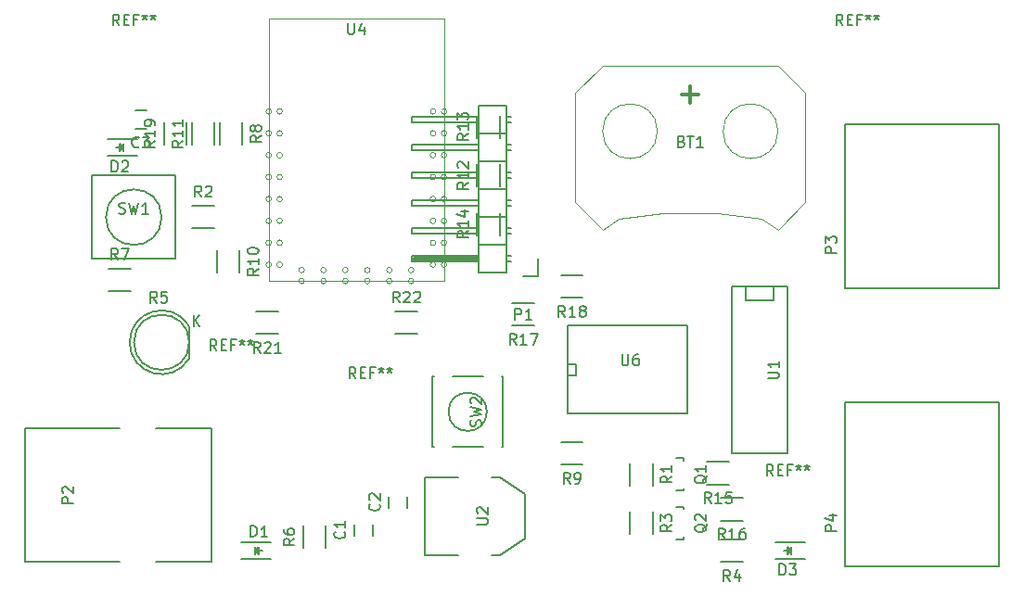
<source format=gto>
G04 #@! TF.FileFunction,Legend,Top*
%FSLAX46Y46*%
G04 Gerber Fmt 4.6, Leading zero omitted, Abs format (unit mm)*
G04 Created by KiCad (PCBNEW 4.0.4-stable) date 10/25/16 00:02:51*
%MOMM*%
%LPD*%
G01*
G04 APERTURE LIST*
%ADD10C,0.100000*%
%ADD11C,0.150000*%
%ADD12C,0.300000*%
G04 APERTURE END LIST*
D10*
X193420000Y-68350000D02*
G75*
G03X193420000Y-68350000I-2500000J0D01*
G01*
X182420000Y-68350000D02*
G75*
G03X182420000Y-68350000I-2500000J0D01*
G01*
X193420000Y-77350000D02*
X191920000Y-76350000D01*
X191920000Y-76350000D02*
X187920000Y-75850000D01*
X187920000Y-75850000D02*
X185420000Y-75850000D01*
X185420000Y-75850000D02*
X182920000Y-75850000D01*
X182920000Y-75850000D02*
X178920000Y-76350000D01*
X178920000Y-76350000D02*
X177420000Y-77350000D01*
X174920000Y-64850000D02*
X174920000Y-74850000D01*
X193420000Y-62350000D02*
X177420000Y-62350000D01*
X195920000Y-74850000D02*
X195920000Y-64850000D01*
X195920000Y-74850000D02*
X193420000Y-77350000D01*
X177420000Y-77350000D02*
X174920000Y-74850000D01*
X177420000Y-62350000D02*
X174920000Y-64850000D01*
X193420000Y-62350000D02*
X195920000Y-64850000D01*
X162190000Y-66540000D02*
G75*
G03X162190000Y-66540000I-250000J0D01*
G01*
X162190000Y-68540000D02*
G75*
G03X162190000Y-68540000I-250000J0D01*
G01*
X162190000Y-70540000D02*
G75*
G03X162190000Y-70540000I-250000J0D01*
G01*
X162190000Y-72540000D02*
G75*
G03X162190000Y-72540000I-250000J0D01*
G01*
X162190000Y-74540000D02*
G75*
G03X162190000Y-74540000I-250000J0D01*
G01*
X162190000Y-76540000D02*
G75*
G03X162190000Y-76540000I-250000J0D01*
G01*
X162190000Y-78540000D02*
G75*
G03X162190000Y-78540000I-250000J0D01*
G01*
X162190000Y-80540000D02*
G75*
G03X162190000Y-80540000I-250000J0D01*
G01*
X160190000Y-81040000D02*
G75*
G03X160190000Y-81040000I-250000J0D01*
G01*
X158190000Y-81040000D02*
G75*
G03X158190000Y-81040000I-250000J0D01*
G01*
X156190000Y-81040000D02*
G75*
G03X156190000Y-81040000I-250000J0D01*
G01*
X154190000Y-81040000D02*
G75*
G03X154190000Y-81040000I-250000J0D01*
G01*
X152190000Y-81040000D02*
G75*
G03X152190000Y-81040000I-250000J0D01*
G01*
X150190000Y-81040000D02*
G75*
G03X150190000Y-81040000I-250000J0D01*
G01*
X148190000Y-80540000D02*
G75*
G03X148190000Y-80540000I-250000J0D01*
G01*
X148190000Y-78540000D02*
G75*
G03X148190000Y-78540000I-250000J0D01*
G01*
X148190000Y-76540000D02*
G75*
G03X148190000Y-76540000I-250000J0D01*
G01*
X148190000Y-74540000D02*
G75*
G03X148190000Y-74540000I-250000J0D01*
G01*
X148190000Y-72540000D02*
G75*
G03X148190000Y-72540000I-250000J0D01*
G01*
X148190000Y-70540000D02*
G75*
G03X148190000Y-70540000I-250000J0D01*
G01*
X148190000Y-68540000D02*
G75*
G03X148190000Y-68540000I-250000J0D01*
G01*
X148190000Y-66540000D02*
G75*
G03X148190000Y-66540000I-250000J0D01*
G01*
X163190000Y-66540000D02*
G75*
G03X163190000Y-66540000I-250000J0D01*
G01*
X163190000Y-68540000D02*
G75*
G03X163190000Y-68540000I-250000J0D01*
G01*
X163190000Y-70540000D02*
G75*
G03X163190000Y-70540000I-250000J0D01*
G01*
X163190000Y-72540000D02*
G75*
G03X163190000Y-72540000I-250000J0D01*
G01*
X163190000Y-74540000D02*
G75*
G03X163190000Y-74540000I-250000J0D01*
G01*
X163190000Y-76540000D02*
G75*
G03X163190000Y-76540000I-250000J0D01*
G01*
X163190000Y-78540000D02*
G75*
G03X163190000Y-78540000I-250000J0D01*
G01*
X163190000Y-80540000D02*
G75*
G03X163190000Y-80540000I-250000J0D01*
G01*
X160190000Y-82040000D02*
G75*
G03X160190000Y-82040000I-250000J0D01*
G01*
X158190000Y-82040000D02*
G75*
G03X158190000Y-82040000I-250000J0D01*
G01*
X156190000Y-82040000D02*
G75*
G03X156190000Y-82040000I-250000J0D01*
G01*
X154190000Y-82040000D02*
G75*
G03X154190000Y-82040000I-250000J0D01*
G01*
X152190000Y-82040000D02*
G75*
G03X152190000Y-82040000I-250000J0D01*
G01*
X150190000Y-82040000D02*
G75*
G03X150190000Y-82040000I-250000J0D01*
G01*
X147190000Y-80540000D02*
G75*
G03X147190000Y-80540000I-250000J0D01*
G01*
X147190000Y-78540000D02*
G75*
G03X147190000Y-78540000I-250000J0D01*
G01*
X147190000Y-76540000D02*
G75*
G03X147190000Y-76540000I-250000J0D01*
G01*
X147190000Y-74540000D02*
G75*
G03X147190000Y-74540000I-250000J0D01*
G01*
X147190000Y-72540000D02*
G75*
G03X147190000Y-72540000I-250000J0D01*
G01*
X147190000Y-70540000D02*
G75*
G03X147190000Y-70540000I-250000J0D01*
G01*
X147190000Y-68540000D02*
G75*
G03X147190000Y-68540000I-250000J0D01*
G01*
X147190000Y-66540000D02*
G75*
G03X147190000Y-66540000I-250000J0D01*
G01*
X146940000Y-58040000D02*
X162940000Y-58040000D01*
X162940000Y-58040000D02*
X162940000Y-82040000D01*
X162940000Y-82040000D02*
X146940000Y-82040000D01*
X146940000Y-82040000D02*
X146940000Y-58040000D01*
D11*
X194310000Y-82550000D02*
X194310000Y-97790000D01*
X194310000Y-97790000D02*
X189230000Y-97790000D01*
X189230000Y-97790000D02*
X189230000Y-82550000D01*
X194310000Y-82550000D02*
X189230000Y-82550000D01*
X193040000Y-82550000D02*
X193040000Y-83820000D01*
X193040000Y-83820000D02*
X190500000Y-83820000D01*
X190500000Y-83820000D02*
X190500000Y-82550000D01*
X179900000Y-100695000D02*
X179900000Y-98695000D01*
X182050000Y-98695000D02*
X182050000Y-100695000D01*
X179900000Y-105140000D02*
X179900000Y-103140000D01*
X182050000Y-103140000D02*
X182050000Y-105140000D01*
X144450000Y-107430000D02*
X147150000Y-107430000D01*
X144450000Y-105930000D02*
X147150000Y-105930000D01*
X145950000Y-106830000D02*
X145950000Y-106580000D01*
X145950000Y-106580000D02*
X145800000Y-106730000D01*
X145700000Y-106330000D02*
X145700000Y-107030000D01*
X146050000Y-106680000D02*
X146400000Y-106680000D01*
X145700000Y-106680000D02*
X146050000Y-106330000D01*
X146050000Y-106330000D02*
X146050000Y-107030000D01*
X146050000Y-107030000D02*
X145700000Y-106680000D01*
X133350000Y-95504000D02*
X124714000Y-95504000D01*
X141732000Y-95504000D02*
X136652000Y-95504000D01*
X133350000Y-107696000D02*
X124714000Y-107696000D01*
X141732000Y-107696000D02*
X136652000Y-107696000D01*
X124714000Y-107696000D02*
X124714000Y-95504000D01*
X141732000Y-95504000D02*
X141732000Y-107696000D01*
X199514880Y-67690140D02*
X213611880Y-67690140D01*
X213611880Y-82676140D02*
X199514880Y-82676140D01*
X199514880Y-67690140D02*
X199514880Y-82676140D01*
X213611880Y-67690140D02*
X213611880Y-82676140D01*
X184800240Y-100994160D02*
X184800240Y-100945900D01*
X184099200Y-98195180D02*
X184800240Y-98195180D01*
X184800240Y-98195180D02*
X184800240Y-98444100D01*
X184800240Y-100994160D02*
X184800240Y-101194820D01*
X184800240Y-101194820D02*
X184099200Y-101194820D01*
X184800240Y-105439160D02*
X184800240Y-105390900D01*
X184099200Y-102640180D02*
X184800240Y-102640180D01*
X184800240Y-102640180D02*
X184800240Y-102889100D01*
X184800240Y-105439160D02*
X184800240Y-105639820D01*
X184800240Y-105639820D02*
X184099200Y-105639820D01*
X199514880Y-93090140D02*
X213611880Y-93090140D01*
X213611880Y-108076140D02*
X199514880Y-108076140D01*
X199514880Y-93090140D02*
X199514880Y-108076140D01*
X213611880Y-93090140D02*
X213611880Y-108076140D01*
X154725000Y-104275000D02*
X154725000Y-105275000D01*
X156425000Y-105275000D02*
X156425000Y-104275000D01*
X157900000Y-101735000D02*
X157900000Y-102735000D01*
X159600000Y-102735000D02*
X159600000Y-101735000D01*
X134950000Y-69100000D02*
X132250000Y-69100000D01*
X134950000Y-70600000D02*
X132250000Y-70600000D01*
X133450000Y-69700000D02*
X133450000Y-69950000D01*
X133450000Y-69950000D02*
X133600000Y-69800000D01*
X133700000Y-70200000D02*
X133700000Y-69500000D01*
X133350000Y-69850000D02*
X133000000Y-69850000D01*
X133700000Y-69850000D02*
X133350000Y-70200000D01*
X133350000Y-70200000D02*
X133350000Y-69500000D01*
X133350000Y-69500000D02*
X133700000Y-69850000D01*
X195910000Y-105930000D02*
X193210000Y-105930000D01*
X195910000Y-107430000D02*
X193210000Y-107430000D01*
X194410000Y-106530000D02*
X194410000Y-106780000D01*
X194410000Y-106780000D02*
X194560000Y-106630000D01*
X194660000Y-107030000D02*
X194660000Y-106330000D01*
X194310000Y-106680000D02*
X193960000Y-106680000D01*
X194660000Y-106680000D02*
X194310000Y-107030000D01*
X194310000Y-107030000D02*
X194310000Y-106330000D01*
X194310000Y-106330000D02*
X194660000Y-106680000D01*
X171480000Y-81560000D02*
X171480000Y-80010000D01*
X170180000Y-81560000D02*
X171480000Y-81560000D01*
X165989000Y-80137000D02*
X160147000Y-80137000D01*
X160147000Y-80137000D02*
X160147000Y-79883000D01*
X160147000Y-79883000D02*
X165989000Y-79883000D01*
X165989000Y-79883000D02*
X165989000Y-80010000D01*
X165989000Y-80010000D02*
X160147000Y-80010000D01*
X168656000Y-80264000D02*
X169037000Y-80264000D01*
X168656000Y-79756000D02*
X169037000Y-79756000D01*
X168656000Y-77724000D02*
X169037000Y-77724000D01*
X168656000Y-77216000D02*
X169037000Y-77216000D01*
X168656000Y-75184000D02*
X169037000Y-75184000D01*
X168656000Y-74676000D02*
X169037000Y-74676000D01*
X168656000Y-67056000D02*
X169037000Y-67056000D01*
X168656000Y-67564000D02*
X169037000Y-67564000D01*
X168656000Y-69596000D02*
X169037000Y-69596000D01*
X168656000Y-70104000D02*
X169037000Y-70104000D01*
X168656000Y-72136000D02*
X169037000Y-72136000D01*
X168656000Y-72644000D02*
X169037000Y-72644000D01*
X168656000Y-81280000D02*
X166116000Y-81280000D01*
X168656000Y-78740000D02*
X166116000Y-78740000D01*
X168656000Y-78740000D02*
X168656000Y-76200000D01*
X168656000Y-76200000D02*
X166116000Y-76200000D01*
X166116000Y-77724000D02*
X160020000Y-77724000D01*
X160020000Y-77724000D02*
X160020000Y-77216000D01*
X160020000Y-77216000D02*
X166116000Y-77216000D01*
X166116000Y-76200000D02*
X166116000Y-78740000D01*
X166116000Y-78740000D02*
X166116000Y-81280000D01*
X160020000Y-79756000D02*
X166116000Y-79756000D01*
X160020000Y-80264000D02*
X160020000Y-79756000D01*
X166116000Y-80264000D02*
X160020000Y-80264000D01*
X168656000Y-78740000D02*
X166116000Y-78740000D01*
X168656000Y-81280000D02*
X168656000Y-78740000D01*
X168656000Y-71120000D02*
X166116000Y-71120000D01*
X168656000Y-71120000D02*
X168656000Y-68580000D01*
X168656000Y-68580000D02*
X166116000Y-68580000D01*
X166116000Y-70104000D02*
X160020000Y-70104000D01*
X160020000Y-70104000D02*
X160020000Y-69596000D01*
X160020000Y-69596000D02*
X166116000Y-69596000D01*
X166116000Y-68580000D02*
X166116000Y-71120000D01*
X166116000Y-66040000D02*
X166116000Y-68580000D01*
X160020000Y-67056000D02*
X166116000Y-67056000D01*
X160020000Y-67564000D02*
X160020000Y-67056000D01*
X166116000Y-67564000D02*
X160020000Y-67564000D01*
X168656000Y-66040000D02*
X166116000Y-66040000D01*
X168656000Y-68580000D02*
X168656000Y-66040000D01*
X168656000Y-68580000D02*
X166116000Y-68580000D01*
X168656000Y-73660000D02*
X166116000Y-73660000D01*
X168656000Y-73660000D02*
X168656000Y-71120000D01*
X168656000Y-71120000D02*
X166116000Y-71120000D01*
X166116000Y-72644000D02*
X160020000Y-72644000D01*
X160020000Y-72644000D02*
X160020000Y-72136000D01*
X160020000Y-72136000D02*
X166116000Y-72136000D01*
X166116000Y-71120000D02*
X166116000Y-73660000D01*
X166116000Y-73660000D02*
X166116000Y-76200000D01*
X160020000Y-74676000D02*
X166116000Y-74676000D01*
X160020000Y-75184000D02*
X160020000Y-74676000D01*
X166116000Y-75184000D02*
X160020000Y-75184000D01*
X168656000Y-73660000D02*
X166116000Y-73660000D01*
X168656000Y-76200000D02*
X168656000Y-73660000D01*
X168656000Y-76200000D02*
X166116000Y-76200000D01*
X150105000Y-104410000D02*
X150105000Y-106410000D01*
X152155000Y-106410000D02*
X152155000Y-104410000D01*
X134350000Y-80890000D02*
X132350000Y-80890000D01*
X132350000Y-82940000D02*
X134350000Y-82940000D01*
X144535000Y-69580000D02*
X144535000Y-67580000D01*
X142485000Y-67580000D02*
X142485000Y-69580000D01*
X173625000Y-98815000D02*
X175625000Y-98815000D01*
X175625000Y-96765000D02*
X173625000Y-96765000D01*
X144281000Y-81264000D02*
X144281000Y-79264000D01*
X142231000Y-79264000D02*
X142231000Y-81264000D01*
X139945000Y-67580000D02*
X139945000Y-69580000D01*
X141995000Y-69580000D02*
X141995000Y-67580000D01*
X168080000Y-71390000D02*
X168080000Y-73390000D01*
X165930000Y-73390000D02*
X165930000Y-71390000D01*
X168080000Y-66945000D02*
X168080000Y-68945000D01*
X165930000Y-68945000D02*
X165930000Y-66945000D01*
X168080000Y-75835000D02*
X168080000Y-77835000D01*
X165930000Y-77835000D02*
X165930000Y-75835000D01*
X186960000Y-98493000D02*
X188960000Y-98493000D01*
X188960000Y-100643000D02*
X186960000Y-100643000D01*
X188230000Y-101795000D02*
X190230000Y-101795000D01*
X190230000Y-103945000D02*
X188230000Y-103945000D01*
X166850714Y-93980000D02*
G75*
G03X166850714Y-93980000I-1750714J0D01*
G01*
X168325000Y-97205000D02*
X168200000Y-97205000D01*
X161875000Y-97205000D02*
X162000000Y-97205000D01*
X161875000Y-90755000D02*
X162000000Y-90755000D01*
X168200000Y-90755000D02*
X168325000Y-90755000D01*
X166500000Y-97205000D02*
X163700000Y-97205000D01*
X168325000Y-90755000D02*
X168325000Y-97205000D01*
X166500000Y-90755000D02*
X163700000Y-90755000D01*
X161875000Y-90755000D02*
X161875000Y-97205000D01*
X174244000Y-94107000D02*
X174244000Y-86106000D01*
X185166000Y-86106000D02*
X185166000Y-94107000D01*
X174244000Y-86106000D02*
X185166000Y-86106000D01*
X185166000Y-94107000D02*
X174244000Y-94107000D01*
X174244000Y-89662000D02*
X175006000Y-89662000D01*
X175006000Y-89662000D02*
X175006000Y-90678000D01*
X175006000Y-90678000D02*
X174244000Y-90678000D01*
X141970000Y-75175000D02*
X139970000Y-75175000D01*
X139970000Y-77225000D02*
X141970000Y-77225000D01*
X188230000Y-107705000D02*
X190230000Y-107705000D01*
X190230000Y-105655000D02*
X188230000Y-105655000D01*
X164211000Y-99949000D02*
X161163000Y-99949000D01*
X161163000Y-99949000D02*
X161163000Y-107061000D01*
X161163000Y-107061000D02*
X164211000Y-107061000D01*
X167259000Y-99949000D02*
X168021000Y-99949000D01*
X168021000Y-99949000D02*
X170307000Y-101473000D01*
X170307000Y-101473000D02*
X170307000Y-105537000D01*
X170307000Y-105537000D02*
X168021000Y-107061000D01*
X168021000Y-107061000D02*
X167259000Y-107061000D01*
X134755000Y-68160000D02*
X135755000Y-68160000D01*
X135755000Y-66460000D02*
X134755000Y-66460000D01*
X169180000Y-86115000D02*
X171180000Y-86115000D01*
X171180000Y-84065000D02*
X169180000Y-84065000D01*
X173625000Y-83575000D02*
X175625000Y-83575000D01*
X175625000Y-81525000D02*
X173625000Y-81525000D01*
X137405000Y-67580000D02*
X137405000Y-69580000D01*
X139455000Y-69580000D02*
X139455000Y-67580000D01*
X145812000Y-86877000D02*
X147812000Y-86877000D01*
X147812000Y-84827000D02*
X145812000Y-84827000D01*
X160512000Y-84827000D02*
X158512000Y-84827000D01*
X158512000Y-86877000D02*
X160512000Y-86877000D01*
X139644888Y-86105096D02*
G75*
G03X139660000Y-89130000I-2484888J-1524904D01*
G01*
X139660000Y-86130000D02*
X139660000Y-89130000D01*
X139677936Y-87630000D02*
G75*
G03X139677936Y-87630000I-2517936J0D01*
G01*
X137160000Y-76200000D02*
G75*
G03X137160000Y-76200000I-2540000J0D01*
G01*
X130810000Y-72390000D02*
X138430000Y-72390000D01*
X138430000Y-72390000D02*
X138430000Y-80010000D01*
X138430000Y-80010000D02*
X130810000Y-80010000D01*
X130810000Y-72390000D02*
X130810000Y-80010000D01*
X142176667Y-88392261D02*
X141843333Y-87916070D01*
X141605238Y-88392261D02*
X141605238Y-87392261D01*
X141986191Y-87392261D01*
X142081429Y-87439880D01*
X142129048Y-87487499D01*
X142176667Y-87582737D01*
X142176667Y-87725594D01*
X142129048Y-87820832D01*
X142081429Y-87868451D01*
X141986191Y-87916070D01*
X141605238Y-87916070D01*
X142605238Y-87868451D02*
X142938572Y-87868451D01*
X143081429Y-88392261D02*
X142605238Y-88392261D01*
X142605238Y-87392261D01*
X143081429Y-87392261D01*
X143843334Y-87868451D02*
X143510000Y-87868451D01*
X143510000Y-88392261D02*
X143510000Y-87392261D01*
X143986191Y-87392261D01*
X144510000Y-87392261D02*
X144510000Y-87630356D01*
X144271905Y-87535118D02*
X144510000Y-87630356D01*
X144748096Y-87535118D01*
X144367143Y-87820832D02*
X144510000Y-87630356D01*
X144652858Y-87820832D01*
X145271905Y-87392261D02*
X145271905Y-87630356D01*
X145033810Y-87535118D02*
X145271905Y-87630356D01*
X145510001Y-87535118D01*
X145129048Y-87820832D02*
X145271905Y-87630356D01*
X145414763Y-87820832D01*
X154876667Y-90932261D02*
X154543333Y-90456070D01*
X154305238Y-90932261D02*
X154305238Y-89932261D01*
X154686191Y-89932261D01*
X154781429Y-89979880D01*
X154829048Y-90027499D01*
X154876667Y-90122737D01*
X154876667Y-90265594D01*
X154829048Y-90360832D01*
X154781429Y-90408451D01*
X154686191Y-90456070D01*
X154305238Y-90456070D01*
X155305238Y-90408451D02*
X155638572Y-90408451D01*
X155781429Y-90932261D02*
X155305238Y-90932261D01*
X155305238Y-89932261D01*
X155781429Y-89932261D01*
X156543334Y-90408451D02*
X156210000Y-90408451D01*
X156210000Y-90932261D02*
X156210000Y-89932261D01*
X156686191Y-89932261D01*
X157210000Y-89932261D02*
X157210000Y-90170356D01*
X156971905Y-90075118D02*
X157210000Y-90170356D01*
X157448096Y-90075118D01*
X157067143Y-90360832D02*
X157210000Y-90170356D01*
X157352858Y-90360832D01*
X157971905Y-89932261D02*
X157971905Y-90170356D01*
X157733810Y-90075118D02*
X157971905Y-90170356D01*
X158210001Y-90075118D01*
X157829048Y-90360832D02*
X157971905Y-90170356D01*
X158114763Y-90360832D01*
X192976667Y-99822261D02*
X192643333Y-99346070D01*
X192405238Y-99822261D02*
X192405238Y-98822261D01*
X192786191Y-98822261D01*
X192881429Y-98869880D01*
X192929048Y-98917499D01*
X192976667Y-99012737D01*
X192976667Y-99155594D01*
X192929048Y-99250832D01*
X192881429Y-99298451D01*
X192786191Y-99346070D01*
X192405238Y-99346070D01*
X193405238Y-99298451D02*
X193738572Y-99298451D01*
X193881429Y-99822261D02*
X193405238Y-99822261D01*
X193405238Y-98822261D01*
X193881429Y-98822261D01*
X194643334Y-99298451D02*
X194310000Y-99298451D01*
X194310000Y-99822261D02*
X194310000Y-98822261D01*
X194786191Y-98822261D01*
X195310000Y-98822261D02*
X195310000Y-99060356D01*
X195071905Y-98965118D02*
X195310000Y-99060356D01*
X195548096Y-98965118D01*
X195167143Y-99250832D02*
X195310000Y-99060356D01*
X195452858Y-99250832D01*
X196071905Y-98822261D02*
X196071905Y-99060356D01*
X195833810Y-98965118D02*
X196071905Y-99060356D01*
X196310001Y-98965118D01*
X195929048Y-99250832D02*
X196071905Y-99060356D01*
X196214763Y-99250832D01*
X184634286Y-69278571D02*
X184777143Y-69326190D01*
X184824762Y-69373810D01*
X184872381Y-69469048D01*
X184872381Y-69611905D01*
X184824762Y-69707143D01*
X184777143Y-69754762D01*
X184681905Y-69802381D01*
X184300952Y-69802381D01*
X184300952Y-68802381D01*
X184634286Y-68802381D01*
X184729524Y-68850000D01*
X184777143Y-68897619D01*
X184824762Y-68992857D01*
X184824762Y-69088095D01*
X184777143Y-69183333D01*
X184729524Y-69230952D01*
X184634286Y-69278571D01*
X184300952Y-69278571D01*
X185158095Y-68802381D02*
X185729524Y-68802381D01*
X185443809Y-69802381D02*
X185443809Y-68802381D01*
X186586667Y-69802381D02*
X186015238Y-69802381D01*
X186300952Y-69802381D02*
X186300952Y-68802381D01*
X186205714Y-68945238D01*
X186110476Y-69040476D01*
X186015238Y-69088095D01*
D12*
X184658095Y-64992857D02*
X186181905Y-64992857D01*
X185420000Y-65754762D02*
X185420000Y-64230952D01*
D11*
X154178095Y-58492381D02*
X154178095Y-59301905D01*
X154225714Y-59397143D01*
X154273333Y-59444762D01*
X154368571Y-59492381D01*
X154559048Y-59492381D01*
X154654286Y-59444762D01*
X154701905Y-59397143D01*
X154749524Y-59301905D01*
X154749524Y-58492381D01*
X155654286Y-58825714D02*
X155654286Y-59492381D01*
X155416190Y-58444762D02*
X155178095Y-59159048D01*
X155797143Y-59159048D01*
X192492381Y-90931905D02*
X193301905Y-90931905D01*
X193397143Y-90884286D01*
X193444762Y-90836667D01*
X193492381Y-90741429D01*
X193492381Y-90550952D01*
X193444762Y-90455714D01*
X193397143Y-90408095D01*
X193301905Y-90360476D01*
X192492381Y-90360476D01*
X193492381Y-89360476D02*
X193492381Y-89931905D01*
X193492381Y-89646191D02*
X192492381Y-89646191D01*
X192635238Y-89741429D01*
X192730476Y-89836667D01*
X192778095Y-89931905D01*
X183727381Y-99861666D02*
X183251190Y-100195000D01*
X183727381Y-100433095D02*
X182727381Y-100433095D01*
X182727381Y-100052142D01*
X182775000Y-99956904D01*
X182822619Y-99909285D01*
X182917857Y-99861666D01*
X183060714Y-99861666D01*
X183155952Y-99909285D01*
X183203571Y-99956904D01*
X183251190Y-100052142D01*
X183251190Y-100433095D01*
X183727381Y-98909285D02*
X183727381Y-99480714D01*
X183727381Y-99195000D02*
X182727381Y-99195000D01*
X182870238Y-99290238D01*
X182965476Y-99385476D01*
X183013095Y-99480714D01*
X183727381Y-104306666D02*
X183251190Y-104640000D01*
X183727381Y-104878095D02*
X182727381Y-104878095D01*
X182727381Y-104497142D01*
X182775000Y-104401904D01*
X182822619Y-104354285D01*
X182917857Y-104306666D01*
X183060714Y-104306666D01*
X183155952Y-104354285D01*
X183203571Y-104401904D01*
X183251190Y-104497142D01*
X183251190Y-104878095D01*
X182727381Y-103973333D02*
X182727381Y-103354285D01*
X183108333Y-103687619D01*
X183108333Y-103544761D01*
X183155952Y-103449523D01*
X183203571Y-103401904D01*
X183298810Y-103354285D01*
X183536905Y-103354285D01*
X183632143Y-103401904D01*
X183679762Y-103449523D01*
X183727381Y-103544761D01*
X183727381Y-103830476D01*
X183679762Y-103925714D01*
X183632143Y-103973333D01*
X145311905Y-105382381D02*
X145311905Y-104382381D01*
X145550000Y-104382381D01*
X145692858Y-104430000D01*
X145788096Y-104525238D01*
X145835715Y-104620476D01*
X145883334Y-104810952D01*
X145883334Y-104953810D01*
X145835715Y-105144286D01*
X145788096Y-105239524D01*
X145692858Y-105334762D01*
X145550000Y-105382381D01*
X145311905Y-105382381D01*
X146835715Y-105382381D02*
X146264286Y-105382381D01*
X146550000Y-105382381D02*
X146550000Y-104382381D01*
X146454762Y-104525238D01*
X146359524Y-104620476D01*
X146264286Y-104668095D01*
X129103381Y-102338095D02*
X128103381Y-102338095D01*
X128103381Y-101957142D01*
X128151000Y-101861904D01*
X128198619Y-101814285D01*
X128293857Y-101766666D01*
X128436714Y-101766666D01*
X128531952Y-101814285D01*
X128579571Y-101861904D01*
X128627190Y-101957142D01*
X128627190Y-102338095D01*
X128198619Y-101385714D02*
X128151000Y-101338095D01*
X128103381Y-101242857D01*
X128103381Y-101004761D01*
X128151000Y-100909523D01*
X128198619Y-100861904D01*
X128293857Y-100814285D01*
X128389095Y-100814285D01*
X128531952Y-100861904D01*
X129103381Y-101433333D01*
X129103381Y-100814285D01*
X198762381Y-79478095D02*
X197762381Y-79478095D01*
X197762381Y-79097142D01*
X197810000Y-79001904D01*
X197857619Y-78954285D01*
X197952857Y-78906666D01*
X198095714Y-78906666D01*
X198190952Y-78954285D01*
X198238571Y-79001904D01*
X198286190Y-79097142D01*
X198286190Y-79478095D01*
X197762381Y-78573333D02*
X197762381Y-77954285D01*
X198143333Y-78287619D01*
X198143333Y-78144761D01*
X198190952Y-78049523D01*
X198238571Y-78001904D01*
X198333810Y-77954285D01*
X198571905Y-77954285D01*
X198667143Y-78001904D01*
X198714762Y-78049523D01*
X198762381Y-78144761D01*
X198762381Y-78430476D01*
X198714762Y-78525714D01*
X198667143Y-78573333D01*
X186947619Y-99790238D02*
X186900000Y-99885476D01*
X186804762Y-99980714D01*
X186661905Y-100123571D01*
X186614286Y-100218810D01*
X186614286Y-100314048D01*
X186852381Y-100266429D02*
X186804762Y-100361667D01*
X186709524Y-100456905D01*
X186519048Y-100504524D01*
X186185714Y-100504524D01*
X185995238Y-100456905D01*
X185900000Y-100361667D01*
X185852381Y-100266429D01*
X185852381Y-100075952D01*
X185900000Y-99980714D01*
X185995238Y-99885476D01*
X186185714Y-99837857D01*
X186519048Y-99837857D01*
X186709524Y-99885476D01*
X186804762Y-99980714D01*
X186852381Y-100075952D01*
X186852381Y-100266429D01*
X186852381Y-98885476D02*
X186852381Y-99456905D01*
X186852381Y-99171191D02*
X185852381Y-99171191D01*
X185995238Y-99266429D01*
X186090476Y-99361667D01*
X186138095Y-99456905D01*
X186947619Y-104235238D02*
X186900000Y-104330476D01*
X186804762Y-104425714D01*
X186661905Y-104568571D01*
X186614286Y-104663810D01*
X186614286Y-104759048D01*
X186852381Y-104711429D02*
X186804762Y-104806667D01*
X186709524Y-104901905D01*
X186519048Y-104949524D01*
X186185714Y-104949524D01*
X185995238Y-104901905D01*
X185900000Y-104806667D01*
X185852381Y-104711429D01*
X185852381Y-104520952D01*
X185900000Y-104425714D01*
X185995238Y-104330476D01*
X186185714Y-104282857D01*
X186519048Y-104282857D01*
X186709524Y-104330476D01*
X186804762Y-104425714D01*
X186852381Y-104520952D01*
X186852381Y-104711429D01*
X185947619Y-103901905D02*
X185900000Y-103854286D01*
X185852381Y-103759048D01*
X185852381Y-103520952D01*
X185900000Y-103425714D01*
X185947619Y-103378095D01*
X186042857Y-103330476D01*
X186138095Y-103330476D01*
X186280952Y-103378095D01*
X186852381Y-103949524D01*
X186852381Y-103330476D01*
X198762381Y-104878095D02*
X197762381Y-104878095D01*
X197762381Y-104497142D01*
X197810000Y-104401904D01*
X197857619Y-104354285D01*
X197952857Y-104306666D01*
X198095714Y-104306666D01*
X198190952Y-104354285D01*
X198238571Y-104401904D01*
X198286190Y-104497142D01*
X198286190Y-104878095D01*
X198095714Y-103449523D02*
X198762381Y-103449523D01*
X197714762Y-103687619D02*
X198429048Y-103925714D01*
X198429048Y-103306666D01*
X153832143Y-104941666D02*
X153879762Y-104989285D01*
X153927381Y-105132142D01*
X153927381Y-105227380D01*
X153879762Y-105370238D01*
X153784524Y-105465476D01*
X153689286Y-105513095D01*
X153498810Y-105560714D01*
X153355952Y-105560714D01*
X153165476Y-105513095D01*
X153070238Y-105465476D01*
X152975000Y-105370238D01*
X152927381Y-105227380D01*
X152927381Y-105132142D01*
X152975000Y-104989285D01*
X153022619Y-104941666D01*
X153927381Y-103989285D02*
X153927381Y-104560714D01*
X153927381Y-104275000D02*
X152927381Y-104275000D01*
X153070238Y-104370238D01*
X153165476Y-104465476D01*
X153213095Y-104560714D01*
X157007143Y-102401666D02*
X157054762Y-102449285D01*
X157102381Y-102592142D01*
X157102381Y-102687380D01*
X157054762Y-102830238D01*
X156959524Y-102925476D01*
X156864286Y-102973095D01*
X156673810Y-103020714D01*
X156530952Y-103020714D01*
X156340476Y-102973095D01*
X156245238Y-102925476D01*
X156150000Y-102830238D01*
X156102381Y-102687380D01*
X156102381Y-102592142D01*
X156150000Y-102449285D01*
X156197619Y-102401666D01*
X156197619Y-102020714D02*
X156150000Y-101973095D01*
X156102381Y-101877857D01*
X156102381Y-101639761D01*
X156150000Y-101544523D01*
X156197619Y-101496904D01*
X156292857Y-101449285D01*
X156388095Y-101449285D01*
X156530952Y-101496904D01*
X157102381Y-102068333D01*
X157102381Y-101449285D01*
X132611905Y-72052381D02*
X132611905Y-71052381D01*
X132850000Y-71052381D01*
X132992858Y-71100000D01*
X133088096Y-71195238D01*
X133135715Y-71290476D01*
X133183334Y-71480952D01*
X133183334Y-71623810D01*
X133135715Y-71814286D01*
X133088096Y-71909524D01*
X132992858Y-72004762D01*
X132850000Y-72052381D01*
X132611905Y-72052381D01*
X133564286Y-71147619D02*
X133611905Y-71100000D01*
X133707143Y-71052381D01*
X133945239Y-71052381D01*
X134040477Y-71100000D01*
X134088096Y-71147619D01*
X134135715Y-71242857D01*
X134135715Y-71338095D01*
X134088096Y-71480952D01*
X133516667Y-72052381D01*
X134135715Y-72052381D01*
X193571905Y-108882381D02*
X193571905Y-107882381D01*
X193810000Y-107882381D01*
X193952858Y-107930000D01*
X194048096Y-108025238D01*
X194095715Y-108120476D01*
X194143334Y-108310952D01*
X194143334Y-108453810D01*
X194095715Y-108644286D01*
X194048096Y-108739524D01*
X193952858Y-108834762D01*
X193810000Y-108882381D01*
X193571905Y-108882381D01*
X194476667Y-107882381D02*
X195095715Y-107882381D01*
X194762381Y-108263333D01*
X194905239Y-108263333D01*
X195000477Y-108310952D01*
X195048096Y-108358571D01*
X195095715Y-108453810D01*
X195095715Y-108691905D01*
X195048096Y-108787143D01*
X195000477Y-108834762D01*
X194905239Y-108882381D01*
X194619524Y-108882381D01*
X194524286Y-108834762D01*
X194476667Y-108787143D01*
X169441905Y-85562381D02*
X169441905Y-84562381D01*
X169822858Y-84562381D01*
X169918096Y-84610000D01*
X169965715Y-84657619D01*
X170013334Y-84752857D01*
X170013334Y-84895714D01*
X169965715Y-84990952D01*
X169918096Y-85038571D01*
X169822858Y-85086190D01*
X169441905Y-85086190D01*
X170965715Y-85562381D02*
X170394286Y-85562381D01*
X170680000Y-85562381D02*
X170680000Y-84562381D01*
X170584762Y-84705238D01*
X170489524Y-84800476D01*
X170394286Y-84848095D01*
X149282381Y-105576666D02*
X148806190Y-105910000D01*
X149282381Y-106148095D02*
X148282381Y-106148095D01*
X148282381Y-105767142D01*
X148330000Y-105671904D01*
X148377619Y-105624285D01*
X148472857Y-105576666D01*
X148615714Y-105576666D01*
X148710952Y-105624285D01*
X148758571Y-105671904D01*
X148806190Y-105767142D01*
X148806190Y-106148095D01*
X148282381Y-104719523D02*
X148282381Y-104910000D01*
X148330000Y-105005238D01*
X148377619Y-105052857D01*
X148520476Y-105148095D01*
X148710952Y-105195714D01*
X149091905Y-105195714D01*
X149187143Y-105148095D01*
X149234762Y-105100476D01*
X149282381Y-105005238D01*
X149282381Y-104814761D01*
X149234762Y-104719523D01*
X149187143Y-104671904D01*
X149091905Y-104624285D01*
X148853810Y-104624285D01*
X148758571Y-104671904D01*
X148710952Y-104719523D01*
X148663333Y-104814761D01*
X148663333Y-105005238D01*
X148710952Y-105100476D01*
X148758571Y-105148095D01*
X148853810Y-105195714D01*
X133183334Y-80067381D02*
X132850000Y-79591190D01*
X132611905Y-80067381D02*
X132611905Y-79067381D01*
X132992858Y-79067381D01*
X133088096Y-79115000D01*
X133135715Y-79162619D01*
X133183334Y-79257857D01*
X133183334Y-79400714D01*
X133135715Y-79495952D01*
X133088096Y-79543571D01*
X132992858Y-79591190D01*
X132611905Y-79591190D01*
X133516667Y-79067381D02*
X134183334Y-79067381D01*
X133754762Y-80067381D01*
X146262381Y-68746666D02*
X145786190Y-69080000D01*
X146262381Y-69318095D02*
X145262381Y-69318095D01*
X145262381Y-68937142D01*
X145310000Y-68841904D01*
X145357619Y-68794285D01*
X145452857Y-68746666D01*
X145595714Y-68746666D01*
X145690952Y-68794285D01*
X145738571Y-68841904D01*
X145786190Y-68937142D01*
X145786190Y-69318095D01*
X145690952Y-68175238D02*
X145643333Y-68270476D01*
X145595714Y-68318095D01*
X145500476Y-68365714D01*
X145452857Y-68365714D01*
X145357619Y-68318095D01*
X145310000Y-68270476D01*
X145262381Y-68175238D01*
X145262381Y-67984761D01*
X145310000Y-67889523D01*
X145357619Y-67841904D01*
X145452857Y-67794285D01*
X145500476Y-67794285D01*
X145595714Y-67841904D01*
X145643333Y-67889523D01*
X145690952Y-67984761D01*
X145690952Y-68175238D01*
X145738571Y-68270476D01*
X145786190Y-68318095D01*
X145881429Y-68365714D01*
X146071905Y-68365714D01*
X146167143Y-68318095D01*
X146214762Y-68270476D01*
X146262381Y-68175238D01*
X146262381Y-67984761D01*
X146214762Y-67889523D01*
X146167143Y-67841904D01*
X146071905Y-67794285D01*
X145881429Y-67794285D01*
X145786190Y-67841904D01*
X145738571Y-67889523D01*
X145690952Y-67984761D01*
X174458334Y-100542381D02*
X174125000Y-100066190D01*
X173886905Y-100542381D02*
X173886905Y-99542381D01*
X174267858Y-99542381D01*
X174363096Y-99590000D01*
X174410715Y-99637619D01*
X174458334Y-99732857D01*
X174458334Y-99875714D01*
X174410715Y-99970952D01*
X174363096Y-100018571D01*
X174267858Y-100066190D01*
X173886905Y-100066190D01*
X174934524Y-100542381D02*
X175125000Y-100542381D01*
X175220239Y-100494762D01*
X175267858Y-100447143D01*
X175363096Y-100304286D01*
X175410715Y-100113810D01*
X175410715Y-99732857D01*
X175363096Y-99637619D01*
X175315477Y-99590000D01*
X175220239Y-99542381D01*
X175029762Y-99542381D01*
X174934524Y-99590000D01*
X174886905Y-99637619D01*
X174839286Y-99732857D01*
X174839286Y-99970952D01*
X174886905Y-100066190D01*
X174934524Y-100113810D01*
X175029762Y-100161429D01*
X175220239Y-100161429D01*
X175315477Y-100113810D01*
X175363096Y-100066190D01*
X175410715Y-99970952D01*
X146008381Y-80906857D02*
X145532190Y-81240191D01*
X146008381Y-81478286D02*
X145008381Y-81478286D01*
X145008381Y-81097333D01*
X145056000Y-81002095D01*
X145103619Y-80954476D01*
X145198857Y-80906857D01*
X145341714Y-80906857D01*
X145436952Y-80954476D01*
X145484571Y-81002095D01*
X145532190Y-81097333D01*
X145532190Y-81478286D01*
X146008381Y-79954476D02*
X146008381Y-80525905D01*
X146008381Y-80240191D02*
X145008381Y-80240191D01*
X145151238Y-80335429D01*
X145246476Y-80430667D01*
X145294095Y-80525905D01*
X145008381Y-79335429D02*
X145008381Y-79240190D01*
X145056000Y-79144952D01*
X145103619Y-79097333D01*
X145198857Y-79049714D01*
X145389333Y-79002095D01*
X145627429Y-79002095D01*
X145817905Y-79049714D01*
X145913143Y-79097333D01*
X145960762Y-79144952D01*
X146008381Y-79240190D01*
X146008381Y-79335429D01*
X145960762Y-79430667D01*
X145913143Y-79478286D01*
X145817905Y-79525905D01*
X145627429Y-79573524D01*
X145389333Y-79573524D01*
X145198857Y-79525905D01*
X145103619Y-79478286D01*
X145056000Y-79430667D01*
X145008381Y-79335429D01*
X139122381Y-69222857D02*
X138646190Y-69556191D01*
X139122381Y-69794286D02*
X138122381Y-69794286D01*
X138122381Y-69413333D01*
X138170000Y-69318095D01*
X138217619Y-69270476D01*
X138312857Y-69222857D01*
X138455714Y-69222857D01*
X138550952Y-69270476D01*
X138598571Y-69318095D01*
X138646190Y-69413333D01*
X138646190Y-69794286D01*
X139122381Y-68270476D02*
X139122381Y-68841905D01*
X139122381Y-68556191D02*
X138122381Y-68556191D01*
X138265238Y-68651429D01*
X138360476Y-68746667D01*
X138408095Y-68841905D01*
X139122381Y-67318095D02*
X139122381Y-67889524D01*
X139122381Y-67603810D02*
X138122381Y-67603810D01*
X138265238Y-67699048D01*
X138360476Y-67794286D01*
X138408095Y-67889524D01*
X165157381Y-73032857D02*
X164681190Y-73366191D01*
X165157381Y-73604286D02*
X164157381Y-73604286D01*
X164157381Y-73223333D01*
X164205000Y-73128095D01*
X164252619Y-73080476D01*
X164347857Y-73032857D01*
X164490714Y-73032857D01*
X164585952Y-73080476D01*
X164633571Y-73128095D01*
X164681190Y-73223333D01*
X164681190Y-73604286D01*
X165157381Y-72080476D02*
X165157381Y-72651905D01*
X165157381Y-72366191D02*
X164157381Y-72366191D01*
X164300238Y-72461429D01*
X164395476Y-72556667D01*
X164443095Y-72651905D01*
X164252619Y-71699524D02*
X164205000Y-71651905D01*
X164157381Y-71556667D01*
X164157381Y-71318571D01*
X164205000Y-71223333D01*
X164252619Y-71175714D01*
X164347857Y-71128095D01*
X164443095Y-71128095D01*
X164585952Y-71175714D01*
X165157381Y-71747143D01*
X165157381Y-71128095D01*
X165157381Y-68587857D02*
X164681190Y-68921191D01*
X165157381Y-69159286D02*
X164157381Y-69159286D01*
X164157381Y-68778333D01*
X164205000Y-68683095D01*
X164252619Y-68635476D01*
X164347857Y-68587857D01*
X164490714Y-68587857D01*
X164585952Y-68635476D01*
X164633571Y-68683095D01*
X164681190Y-68778333D01*
X164681190Y-69159286D01*
X165157381Y-67635476D02*
X165157381Y-68206905D01*
X165157381Y-67921191D02*
X164157381Y-67921191D01*
X164300238Y-68016429D01*
X164395476Y-68111667D01*
X164443095Y-68206905D01*
X164157381Y-67302143D02*
X164157381Y-66683095D01*
X164538333Y-67016429D01*
X164538333Y-66873571D01*
X164585952Y-66778333D01*
X164633571Y-66730714D01*
X164728810Y-66683095D01*
X164966905Y-66683095D01*
X165062143Y-66730714D01*
X165109762Y-66778333D01*
X165157381Y-66873571D01*
X165157381Y-67159286D01*
X165109762Y-67254524D01*
X165062143Y-67302143D01*
X165157381Y-77477857D02*
X164681190Y-77811191D01*
X165157381Y-78049286D02*
X164157381Y-78049286D01*
X164157381Y-77668333D01*
X164205000Y-77573095D01*
X164252619Y-77525476D01*
X164347857Y-77477857D01*
X164490714Y-77477857D01*
X164585952Y-77525476D01*
X164633571Y-77573095D01*
X164681190Y-77668333D01*
X164681190Y-78049286D01*
X165157381Y-76525476D02*
X165157381Y-77096905D01*
X165157381Y-76811191D02*
X164157381Y-76811191D01*
X164300238Y-76906429D01*
X164395476Y-77001667D01*
X164443095Y-77096905D01*
X164490714Y-75668333D02*
X165157381Y-75668333D01*
X164109762Y-75906429D02*
X164824048Y-76144524D01*
X164824048Y-75525476D01*
X187317143Y-102320381D02*
X186983809Y-101844190D01*
X186745714Y-102320381D02*
X186745714Y-101320381D01*
X187126667Y-101320381D01*
X187221905Y-101368000D01*
X187269524Y-101415619D01*
X187317143Y-101510857D01*
X187317143Y-101653714D01*
X187269524Y-101748952D01*
X187221905Y-101796571D01*
X187126667Y-101844190D01*
X186745714Y-101844190D01*
X188269524Y-102320381D02*
X187698095Y-102320381D01*
X187983809Y-102320381D02*
X187983809Y-101320381D01*
X187888571Y-101463238D01*
X187793333Y-101558476D01*
X187698095Y-101606095D01*
X189174286Y-101320381D02*
X188698095Y-101320381D01*
X188650476Y-101796571D01*
X188698095Y-101748952D01*
X188793333Y-101701333D01*
X189031429Y-101701333D01*
X189126667Y-101748952D01*
X189174286Y-101796571D01*
X189221905Y-101891810D01*
X189221905Y-102129905D01*
X189174286Y-102225143D01*
X189126667Y-102272762D01*
X189031429Y-102320381D01*
X188793333Y-102320381D01*
X188698095Y-102272762D01*
X188650476Y-102225143D01*
X188587143Y-105622381D02*
X188253809Y-105146190D01*
X188015714Y-105622381D02*
X188015714Y-104622381D01*
X188396667Y-104622381D01*
X188491905Y-104670000D01*
X188539524Y-104717619D01*
X188587143Y-104812857D01*
X188587143Y-104955714D01*
X188539524Y-105050952D01*
X188491905Y-105098571D01*
X188396667Y-105146190D01*
X188015714Y-105146190D01*
X189539524Y-105622381D02*
X188968095Y-105622381D01*
X189253809Y-105622381D02*
X189253809Y-104622381D01*
X189158571Y-104765238D01*
X189063333Y-104860476D01*
X188968095Y-104908095D01*
X190396667Y-104622381D02*
X190206190Y-104622381D01*
X190110952Y-104670000D01*
X190063333Y-104717619D01*
X189968095Y-104860476D01*
X189920476Y-105050952D01*
X189920476Y-105431905D01*
X189968095Y-105527143D01*
X190015714Y-105574762D01*
X190110952Y-105622381D01*
X190301429Y-105622381D01*
X190396667Y-105574762D01*
X190444286Y-105527143D01*
X190491905Y-105431905D01*
X190491905Y-105193810D01*
X190444286Y-105098571D01*
X190396667Y-105050952D01*
X190301429Y-105003333D01*
X190110952Y-105003333D01*
X190015714Y-105050952D01*
X189968095Y-105098571D01*
X189920476Y-105193810D01*
X166304762Y-95313333D02*
X166352381Y-95170476D01*
X166352381Y-94932380D01*
X166304762Y-94837142D01*
X166257143Y-94789523D01*
X166161905Y-94741904D01*
X166066667Y-94741904D01*
X165971429Y-94789523D01*
X165923810Y-94837142D01*
X165876190Y-94932380D01*
X165828571Y-95122857D01*
X165780952Y-95218095D01*
X165733333Y-95265714D01*
X165638095Y-95313333D01*
X165542857Y-95313333D01*
X165447619Y-95265714D01*
X165400000Y-95218095D01*
X165352381Y-95122857D01*
X165352381Y-94884761D01*
X165400000Y-94741904D01*
X165352381Y-94408571D02*
X166352381Y-94170476D01*
X165638095Y-93979999D01*
X166352381Y-93789523D01*
X165352381Y-93551428D01*
X165447619Y-93218095D02*
X165400000Y-93170476D01*
X165352381Y-93075238D01*
X165352381Y-92837142D01*
X165400000Y-92741904D01*
X165447619Y-92694285D01*
X165542857Y-92646666D01*
X165638095Y-92646666D01*
X165780952Y-92694285D01*
X166352381Y-93265714D01*
X166352381Y-92646666D01*
X179197095Y-88733381D02*
X179197095Y-89542905D01*
X179244714Y-89638143D01*
X179292333Y-89685762D01*
X179387571Y-89733381D01*
X179578048Y-89733381D01*
X179673286Y-89685762D01*
X179720905Y-89638143D01*
X179768524Y-89542905D01*
X179768524Y-88733381D01*
X180673286Y-88733381D02*
X180482809Y-88733381D01*
X180387571Y-88781000D01*
X180339952Y-88828619D01*
X180244714Y-88971476D01*
X180197095Y-89161952D01*
X180197095Y-89542905D01*
X180244714Y-89638143D01*
X180292333Y-89685762D01*
X180387571Y-89733381D01*
X180578048Y-89733381D01*
X180673286Y-89685762D01*
X180720905Y-89638143D01*
X180768524Y-89542905D01*
X180768524Y-89304810D01*
X180720905Y-89209571D01*
X180673286Y-89161952D01*
X180578048Y-89114333D01*
X180387571Y-89114333D01*
X180292333Y-89161952D01*
X180244714Y-89209571D01*
X180197095Y-89304810D01*
X140803334Y-74352381D02*
X140470000Y-73876190D01*
X140231905Y-74352381D02*
X140231905Y-73352381D01*
X140612858Y-73352381D01*
X140708096Y-73400000D01*
X140755715Y-73447619D01*
X140803334Y-73542857D01*
X140803334Y-73685714D01*
X140755715Y-73780952D01*
X140708096Y-73828571D01*
X140612858Y-73876190D01*
X140231905Y-73876190D01*
X141184286Y-73447619D02*
X141231905Y-73400000D01*
X141327143Y-73352381D01*
X141565239Y-73352381D01*
X141660477Y-73400000D01*
X141708096Y-73447619D01*
X141755715Y-73542857D01*
X141755715Y-73638095D01*
X141708096Y-73780952D01*
X141136667Y-74352381D01*
X141755715Y-74352381D01*
X189063334Y-109432381D02*
X188730000Y-108956190D01*
X188491905Y-109432381D02*
X188491905Y-108432381D01*
X188872858Y-108432381D01*
X188968096Y-108480000D01*
X189015715Y-108527619D01*
X189063334Y-108622857D01*
X189063334Y-108765714D01*
X189015715Y-108860952D01*
X188968096Y-108908571D01*
X188872858Y-108956190D01*
X188491905Y-108956190D01*
X189920477Y-108765714D02*
X189920477Y-109432381D01*
X189682381Y-108384762D02*
X189444286Y-109099048D01*
X190063334Y-109099048D01*
X165949381Y-104266905D02*
X166758905Y-104266905D01*
X166854143Y-104219286D01*
X166901762Y-104171667D01*
X166949381Y-104076429D01*
X166949381Y-103885952D01*
X166901762Y-103790714D01*
X166854143Y-103743095D01*
X166758905Y-103695476D01*
X165949381Y-103695476D01*
X166044619Y-103266905D02*
X165997000Y-103219286D01*
X165949381Y-103124048D01*
X165949381Y-102885952D01*
X165997000Y-102790714D01*
X166044619Y-102743095D01*
X166139857Y-102695476D01*
X166235095Y-102695476D01*
X166377952Y-102743095D01*
X166949381Y-103314524D01*
X166949381Y-102695476D01*
X135088334Y-69767143D02*
X135040715Y-69814762D01*
X134897858Y-69862381D01*
X134802620Y-69862381D01*
X134659762Y-69814762D01*
X134564524Y-69719524D01*
X134516905Y-69624286D01*
X134469286Y-69433810D01*
X134469286Y-69290952D01*
X134516905Y-69100476D01*
X134564524Y-69005238D01*
X134659762Y-68910000D01*
X134802620Y-68862381D01*
X134897858Y-68862381D01*
X135040715Y-68910000D01*
X135088334Y-68957619D01*
X135421667Y-68862381D02*
X136040715Y-68862381D01*
X135707381Y-69243333D01*
X135850239Y-69243333D01*
X135945477Y-69290952D01*
X135993096Y-69338571D01*
X136040715Y-69433810D01*
X136040715Y-69671905D01*
X135993096Y-69767143D01*
X135945477Y-69814762D01*
X135850239Y-69862381D01*
X135564524Y-69862381D01*
X135469286Y-69814762D01*
X135421667Y-69767143D01*
X169537143Y-87842381D02*
X169203809Y-87366190D01*
X168965714Y-87842381D02*
X168965714Y-86842381D01*
X169346667Y-86842381D01*
X169441905Y-86890000D01*
X169489524Y-86937619D01*
X169537143Y-87032857D01*
X169537143Y-87175714D01*
X169489524Y-87270952D01*
X169441905Y-87318571D01*
X169346667Y-87366190D01*
X168965714Y-87366190D01*
X170489524Y-87842381D02*
X169918095Y-87842381D01*
X170203809Y-87842381D02*
X170203809Y-86842381D01*
X170108571Y-86985238D01*
X170013333Y-87080476D01*
X169918095Y-87128095D01*
X170822857Y-86842381D02*
X171489524Y-86842381D01*
X171060952Y-87842381D01*
X173982143Y-85302381D02*
X173648809Y-84826190D01*
X173410714Y-85302381D02*
X173410714Y-84302381D01*
X173791667Y-84302381D01*
X173886905Y-84350000D01*
X173934524Y-84397619D01*
X173982143Y-84492857D01*
X173982143Y-84635714D01*
X173934524Y-84730952D01*
X173886905Y-84778571D01*
X173791667Y-84826190D01*
X173410714Y-84826190D01*
X174934524Y-85302381D02*
X174363095Y-85302381D01*
X174648809Y-85302381D02*
X174648809Y-84302381D01*
X174553571Y-84445238D01*
X174458333Y-84540476D01*
X174363095Y-84588095D01*
X175505952Y-84730952D02*
X175410714Y-84683333D01*
X175363095Y-84635714D01*
X175315476Y-84540476D01*
X175315476Y-84492857D01*
X175363095Y-84397619D01*
X175410714Y-84350000D01*
X175505952Y-84302381D01*
X175696429Y-84302381D01*
X175791667Y-84350000D01*
X175839286Y-84397619D01*
X175886905Y-84492857D01*
X175886905Y-84540476D01*
X175839286Y-84635714D01*
X175791667Y-84683333D01*
X175696429Y-84730952D01*
X175505952Y-84730952D01*
X175410714Y-84778571D01*
X175363095Y-84826190D01*
X175315476Y-84921429D01*
X175315476Y-85111905D01*
X175363095Y-85207143D01*
X175410714Y-85254762D01*
X175505952Y-85302381D01*
X175696429Y-85302381D01*
X175791667Y-85254762D01*
X175839286Y-85207143D01*
X175886905Y-85111905D01*
X175886905Y-84921429D01*
X175839286Y-84826190D01*
X175791667Y-84778571D01*
X175696429Y-84730952D01*
X136582381Y-69222857D02*
X136106190Y-69556191D01*
X136582381Y-69794286D02*
X135582381Y-69794286D01*
X135582381Y-69413333D01*
X135630000Y-69318095D01*
X135677619Y-69270476D01*
X135772857Y-69222857D01*
X135915714Y-69222857D01*
X136010952Y-69270476D01*
X136058571Y-69318095D01*
X136106190Y-69413333D01*
X136106190Y-69794286D01*
X136582381Y-68270476D02*
X136582381Y-68841905D01*
X136582381Y-68556191D02*
X135582381Y-68556191D01*
X135725238Y-68651429D01*
X135820476Y-68746667D01*
X135868095Y-68841905D01*
X136582381Y-67794286D02*
X136582381Y-67603810D01*
X136534762Y-67508571D01*
X136487143Y-67460952D01*
X136344286Y-67365714D01*
X136153810Y-67318095D01*
X135772857Y-67318095D01*
X135677619Y-67365714D01*
X135630000Y-67413333D01*
X135582381Y-67508571D01*
X135582381Y-67699048D01*
X135630000Y-67794286D01*
X135677619Y-67841905D01*
X135772857Y-67889524D01*
X136010952Y-67889524D01*
X136106190Y-67841905D01*
X136153810Y-67794286D01*
X136201429Y-67699048D01*
X136201429Y-67508571D01*
X136153810Y-67413333D01*
X136106190Y-67365714D01*
X136010952Y-67318095D01*
X146169143Y-88604381D02*
X145835809Y-88128190D01*
X145597714Y-88604381D02*
X145597714Y-87604381D01*
X145978667Y-87604381D01*
X146073905Y-87652000D01*
X146121524Y-87699619D01*
X146169143Y-87794857D01*
X146169143Y-87937714D01*
X146121524Y-88032952D01*
X146073905Y-88080571D01*
X145978667Y-88128190D01*
X145597714Y-88128190D01*
X146550095Y-87699619D02*
X146597714Y-87652000D01*
X146692952Y-87604381D01*
X146931048Y-87604381D01*
X147026286Y-87652000D01*
X147073905Y-87699619D01*
X147121524Y-87794857D01*
X147121524Y-87890095D01*
X147073905Y-88032952D01*
X146502476Y-88604381D01*
X147121524Y-88604381D01*
X148073905Y-88604381D02*
X147502476Y-88604381D01*
X147788190Y-88604381D02*
X147788190Y-87604381D01*
X147692952Y-87747238D01*
X147597714Y-87842476D01*
X147502476Y-87890095D01*
X158869143Y-84004381D02*
X158535809Y-83528190D01*
X158297714Y-84004381D02*
X158297714Y-83004381D01*
X158678667Y-83004381D01*
X158773905Y-83052000D01*
X158821524Y-83099619D01*
X158869143Y-83194857D01*
X158869143Y-83337714D01*
X158821524Y-83432952D01*
X158773905Y-83480571D01*
X158678667Y-83528190D01*
X158297714Y-83528190D01*
X159250095Y-83099619D02*
X159297714Y-83052000D01*
X159392952Y-83004381D01*
X159631048Y-83004381D01*
X159726286Y-83052000D01*
X159773905Y-83099619D01*
X159821524Y-83194857D01*
X159821524Y-83290095D01*
X159773905Y-83432952D01*
X159202476Y-84004381D01*
X159821524Y-84004381D01*
X160202476Y-83099619D02*
X160250095Y-83052000D01*
X160345333Y-83004381D01*
X160583429Y-83004381D01*
X160678667Y-83052000D01*
X160726286Y-83099619D01*
X160773905Y-83194857D01*
X160773905Y-83290095D01*
X160726286Y-83432952D01*
X160154857Y-84004381D01*
X160773905Y-84004381D01*
X136739334Y-84018381D02*
X136406000Y-83542190D01*
X136167905Y-84018381D02*
X136167905Y-83018381D01*
X136548858Y-83018381D01*
X136644096Y-83066000D01*
X136691715Y-83113619D01*
X136739334Y-83208857D01*
X136739334Y-83351714D01*
X136691715Y-83446952D01*
X136644096Y-83494571D01*
X136548858Y-83542190D01*
X136167905Y-83542190D01*
X137644096Y-83018381D02*
X137167905Y-83018381D01*
X137120286Y-83494571D01*
X137167905Y-83446952D01*
X137263143Y-83399333D01*
X137501239Y-83399333D01*
X137596477Y-83446952D01*
X137644096Y-83494571D01*
X137691715Y-83589810D01*
X137691715Y-83827905D01*
X137644096Y-83923143D01*
X137596477Y-83970762D01*
X137501239Y-84018381D01*
X137263143Y-84018381D01*
X137167905Y-83970762D01*
X137120286Y-83923143D01*
X140073095Y-86177381D02*
X140073095Y-85177381D01*
X140644524Y-86177381D02*
X140215952Y-85605952D01*
X140644524Y-85177381D02*
X140073095Y-85748810D01*
X133286667Y-75842762D02*
X133429524Y-75890381D01*
X133667620Y-75890381D01*
X133762858Y-75842762D01*
X133810477Y-75795143D01*
X133858096Y-75699905D01*
X133858096Y-75604667D01*
X133810477Y-75509429D01*
X133762858Y-75461810D01*
X133667620Y-75414190D01*
X133477143Y-75366571D01*
X133381905Y-75318952D01*
X133334286Y-75271333D01*
X133286667Y-75176095D01*
X133286667Y-75080857D01*
X133334286Y-74985619D01*
X133381905Y-74938000D01*
X133477143Y-74890381D01*
X133715239Y-74890381D01*
X133858096Y-74938000D01*
X134191429Y-74890381D02*
X134429524Y-75890381D01*
X134620001Y-75176095D01*
X134810477Y-75890381D01*
X135048572Y-74890381D01*
X135953334Y-75890381D02*
X135381905Y-75890381D01*
X135667619Y-75890381D02*
X135667619Y-74890381D01*
X135572381Y-75033238D01*
X135477143Y-75128476D01*
X135381905Y-75176095D01*
X199326667Y-58681881D02*
X198993333Y-58205690D01*
X198755238Y-58681881D02*
X198755238Y-57681881D01*
X199136191Y-57681881D01*
X199231429Y-57729500D01*
X199279048Y-57777119D01*
X199326667Y-57872357D01*
X199326667Y-58015214D01*
X199279048Y-58110452D01*
X199231429Y-58158071D01*
X199136191Y-58205690D01*
X198755238Y-58205690D01*
X199755238Y-58158071D02*
X200088572Y-58158071D01*
X200231429Y-58681881D02*
X199755238Y-58681881D01*
X199755238Y-57681881D01*
X200231429Y-57681881D01*
X200993334Y-58158071D02*
X200660000Y-58158071D01*
X200660000Y-58681881D02*
X200660000Y-57681881D01*
X201136191Y-57681881D01*
X201660000Y-57681881D02*
X201660000Y-57919976D01*
X201421905Y-57824738D02*
X201660000Y-57919976D01*
X201898096Y-57824738D01*
X201517143Y-58110452D02*
X201660000Y-57919976D01*
X201802858Y-58110452D01*
X202421905Y-57681881D02*
X202421905Y-57919976D01*
X202183810Y-57824738D02*
X202421905Y-57919976D01*
X202660001Y-57824738D01*
X202279048Y-58110452D02*
X202421905Y-57919976D01*
X202564763Y-58110452D01*
X133286667Y-58681881D02*
X132953333Y-58205690D01*
X132715238Y-58681881D02*
X132715238Y-57681881D01*
X133096191Y-57681881D01*
X133191429Y-57729500D01*
X133239048Y-57777119D01*
X133286667Y-57872357D01*
X133286667Y-58015214D01*
X133239048Y-58110452D01*
X133191429Y-58158071D01*
X133096191Y-58205690D01*
X132715238Y-58205690D01*
X133715238Y-58158071D02*
X134048572Y-58158071D01*
X134191429Y-58681881D02*
X133715238Y-58681881D01*
X133715238Y-57681881D01*
X134191429Y-57681881D01*
X134953334Y-58158071D02*
X134620000Y-58158071D01*
X134620000Y-58681881D02*
X134620000Y-57681881D01*
X135096191Y-57681881D01*
X135620000Y-57681881D02*
X135620000Y-57919976D01*
X135381905Y-57824738D02*
X135620000Y-57919976D01*
X135858096Y-57824738D01*
X135477143Y-58110452D02*
X135620000Y-57919976D01*
X135762858Y-58110452D01*
X136381905Y-57681881D02*
X136381905Y-57919976D01*
X136143810Y-57824738D02*
X136381905Y-57919976D01*
X136620001Y-57824738D01*
X136239048Y-58110452D02*
X136381905Y-57919976D01*
X136524763Y-58110452D01*
M02*

</source>
